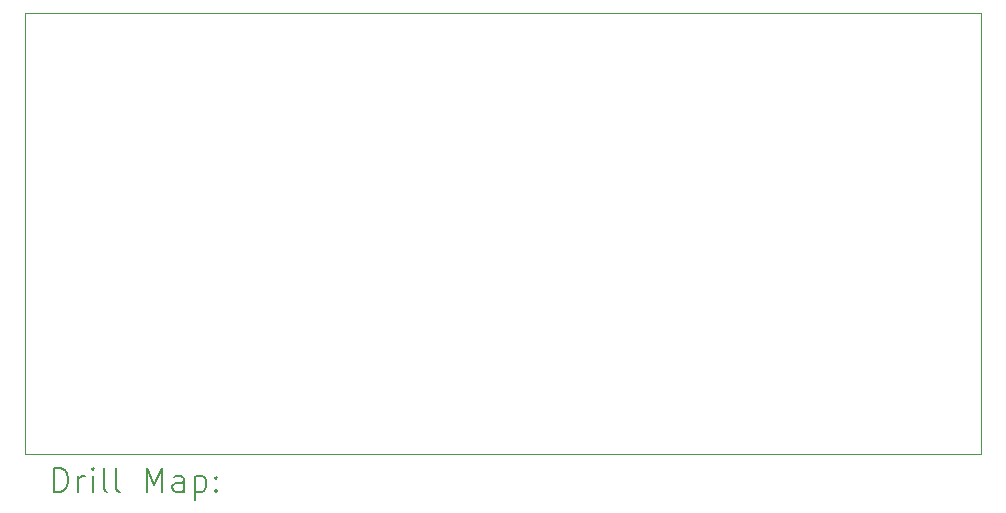
<source format=gbr>
%FSLAX45Y45*%
G04 Gerber Fmt 4.5, Leading zero omitted, Abs format (unit mm)*
G04 Created by KiCad (PCBNEW (6.0.0-0)) date 2022-02-23 00:42:36*
%MOMM*%
%LPD*%
G01*
G04 APERTURE LIST*
%TA.AperFunction,Profile*%
%ADD10C,0.100000*%
%TD*%
%ADD11C,0.200000*%
G04 APERTURE END LIST*
D10*
X12880000Y-4320000D02*
X4780000Y-4320000D01*
X4780000Y-8060000D02*
X12880000Y-8060000D01*
X12880000Y-8060000D02*
X12880000Y-4320000D01*
X4780000Y-4320000D02*
X4780000Y-8060000D01*
D11*
X5032619Y-8375476D02*
X5032619Y-8175476D01*
X5080238Y-8175476D01*
X5108810Y-8185000D01*
X5127857Y-8204048D01*
X5137381Y-8223095D01*
X5146905Y-8261190D01*
X5146905Y-8289762D01*
X5137381Y-8327857D01*
X5127857Y-8346905D01*
X5108810Y-8365952D01*
X5080238Y-8375476D01*
X5032619Y-8375476D01*
X5232619Y-8375476D02*
X5232619Y-8242143D01*
X5232619Y-8280238D02*
X5242143Y-8261190D01*
X5251667Y-8251667D01*
X5270714Y-8242143D01*
X5289762Y-8242143D01*
X5356429Y-8375476D02*
X5356429Y-8242143D01*
X5356429Y-8175476D02*
X5346905Y-8185000D01*
X5356429Y-8194524D01*
X5365952Y-8185000D01*
X5356429Y-8175476D01*
X5356429Y-8194524D01*
X5480238Y-8375476D02*
X5461190Y-8365952D01*
X5451667Y-8346905D01*
X5451667Y-8175476D01*
X5585000Y-8375476D02*
X5565952Y-8365952D01*
X5556429Y-8346905D01*
X5556429Y-8175476D01*
X5813571Y-8375476D02*
X5813571Y-8175476D01*
X5880238Y-8318333D01*
X5946905Y-8175476D01*
X5946905Y-8375476D01*
X6127857Y-8375476D02*
X6127857Y-8270714D01*
X6118333Y-8251667D01*
X6099286Y-8242143D01*
X6061190Y-8242143D01*
X6042143Y-8251667D01*
X6127857Y-8365952D02*
X6108809Y-8375476D01*
X6061190Y-8375476D01*
X6042143Y-8365952D01*
X6032619Y-8346905D01*
X6032619Y-8327857D01*
X6042143Y-8308809D01*
X6061190Y-8299286D01*
X6108809Y-8299286D01*
X6127857Y-8289762D01*
X6223095Y-8242143D02*
X6223095Y-8442143D01*
X6223095Y-8251667D02*
X6242143Y-8242143D01*
X6280238Y-8242143D01*
X6299286Y-8251667D01*
X6308809Y-8261190D01*
X6318333Y-8280238D01*
X6318333Y-8337381D01*
X6308809Y-8356428D01*
X6299286Y-8365952D01*
X6280238Y-8375476D01*
X6242143Y-8375476D01*
X6223095Y-8365952D01*
X6404048Y-8356428D02*
X6413571Y-8365952D01*
X6404048Y-8375476D01*
X6394524Y-8365952D01*
X6404048Y-8356428D01*
X6404048Y-8375476D01*
X6404048Y-8251667D02*
X6413571Y-8261190D01*
X6404048Y-8270714D01*
X6394524Y-8261190D01*
X6404048Y-8251667D01*
X6404048Y-8270714D01*
M02*

</source>
